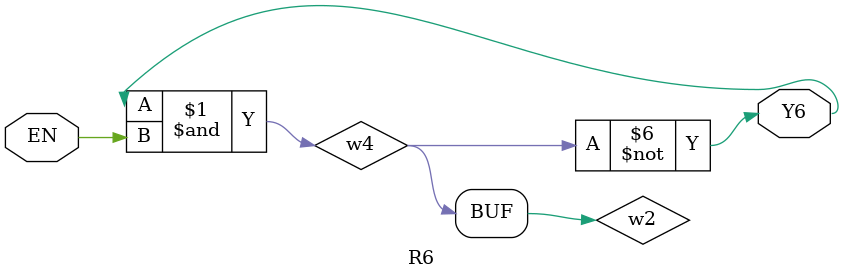
<source format=v>
`timescale 1ns / 1ps
module R6(EN,Y6
    );
input EN;
output Y6;
wire w1,w2,w3,w4,w5;
	nand #6(w1,Y6,EN);
	not #6(w2,w1);
	not #6(w3,w2);
	not #6(w4,w3);
	not #6(Y6,w4);

endmodule

</source>
